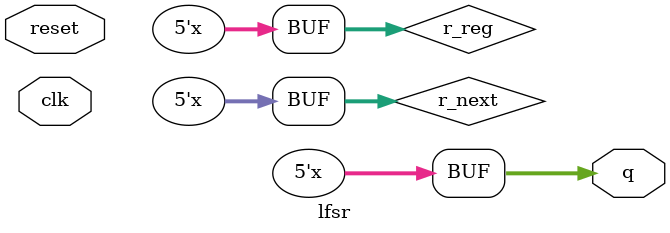
<source format=v>
module lfsr( 
    input clk,
    input reset,
    output [4:0] q
); 
reg [4:0] r_reg;
wire [4:0] r_next;
wire feedback_value;
// on reset set the value of r_reg to 1
// otherwise assign r_next to r_reg
// assign the xor of bit positions 2 and 4 of r_reg to feedback_value
// assign feedback concatenated with 4 most significant bits of r_reg to r_next
// assign r_reg to the output q

always @*
begin
    r_reg <= (r_reg << 5) + (r_reg << 3) + r_reg;
    r_next <= r_reg;
    feedback_value <= r_next ^ (clk == 1);
    q <= r_reg;
end
endmodule

</source>
